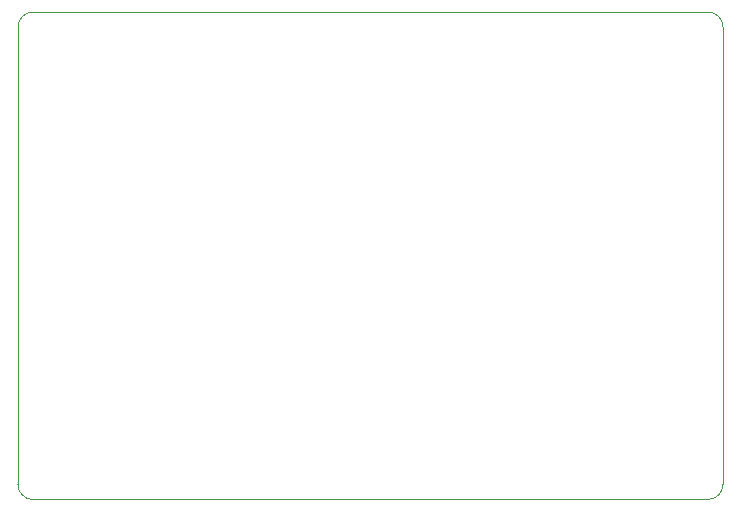
<source format=gm1>
%TF.GenerationSoftware,KiCad,Pcbnew,(5.1.8)-1*%
%TF.CreationDate,2021-01-10T02:15:11+01:00*%
%TF.ProjectId,Apple II Adapter,4170706c-6520-4494-9920-416461707465,rev?*%
%TF.SameCoordinates,Original*%
%TF.FileFunction,Profile,NP*%
%FSLAX46Y46*%
G04 Gerber Fmt 4.6, Leading zero omitted, Abs format (unit mm)*
G04 Created by KiCad (PCBNEW (5.1.8)-1) date 2021-01-10 02:15:11*
%MOMM*%
%LPD*%
G01*
G04 APERTURE LIST*
%TA.AperFunction,Profile*%
%ADD10C,0.050000*%
%TD*%
G04 APERTURE END LIST*
D10*
X219710000Y-137795000D02*
G75*
G02*
X218440000Y-139065000I-1270000J0D01*
G01*
X161290000Y-139065000D02*
G75*
G02*
X160020000Y-137795000I0J1270000D01*
G01*
X160020000Y-99060000D02*
G75*
G02*
X161290000Y-97790000I1270000J0D01*
G01*
X218440000Y-97790000D02*
G75*
G02*
X219710000Y-99060000I0J-1270000D01*
G01*
X218440000Y-139065000D02*
X161290000Y-139065000D01*
X219710000Y-137795000D02*
X219710000Y-99060000D01*
X160020000Y-137795000D02*
X160020000Y-99060000D01*
X161290000Y-97790000D02*
X218440000Y-97790000D01*
M02*

</source>
